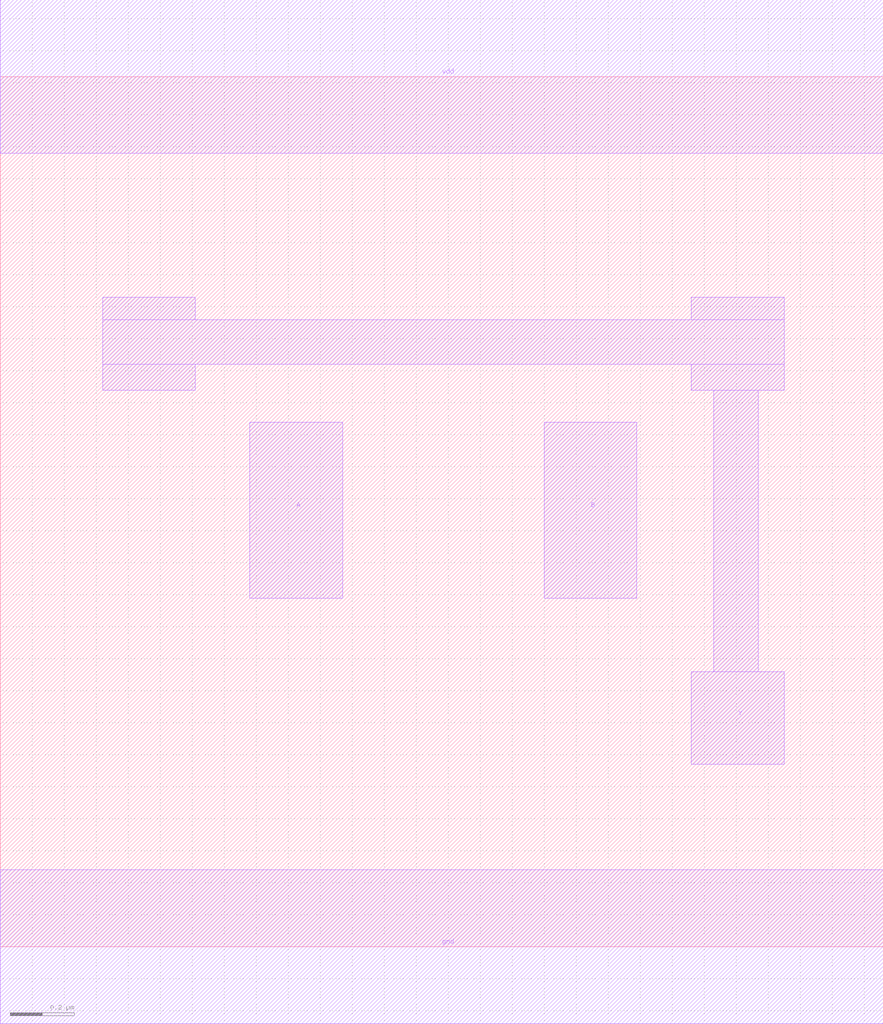
<source format=lef>
VERSION 5.7 ;
  NOWIREEXTENSIONATPIN ON ;
  DIVIDERCHAR "/" ;
  BUSBITCHARS "[]" ;
MACRO NAND2X1
  CLASS CORE ;
  FOREIGN NAND2X1 ;
  ORIGIN 0.000 0.000 ;
  SIZE 2.760 BY 2.720 ;
  SYMMETRY X Y R90 ;
  SITE unithd ;
  PIN vdd
    DIRECTION INOUT ;
    USE POWER ;
    SHAPE ABUTMENT ;
    PORT
      LAYER met2 ;
        RECT 0.000 2.480 2.760 2.960 ;
    END
  END vdd
  PIN gnd
    DIRECTION INOUT ;
    USE GROUND ;
    SHAPE ABUTMENT ;
    PORT
      LAYER met2 ;
        RECT 0.000 -0.240 2.760 0.240 ;
    END
  END gnd
  PIN Y
    DIRECTION INOUT ;
    USE SIGNAL ;
    SHAPE ABUTMENT ;
    PORT
      LAYER met2 ;
        RECT 0.320 1.960 0.610 2.030 ;
        RECT 2.160 1.960 2.450 2.030 ;
        RECT 0.320 1.820 2.450 1.960 ;
        RECT 0.320 1.740 0.610 1.820 ;
        RECT 2.160 1.740 2.450 1.820 ;
        RECT 2.230 0.860 2.370 1.740 ;
        RECT 2.160 0.570 2.450 0.860 ;
    END
  END Y
  PIN B
    DIRECTION INOUT ;
    USE SIGNAL ;
    SHAPE ABUTMENT ;
    PORT
      LAYER met2 ;
        RECT 1.700 1.090 1.990 1.640 ;
    END
  END B
  PIN A
    DIRECTION INOUT ;
    USE SIGNAL ;
    SHAPE ABUTMENT ;
    PORT
      LAYER met2 ;
        RECT 0.780 1.090 1.070 1.640 ;
    END
  END A
END NAND2X1
END LIBRARY


</source>
